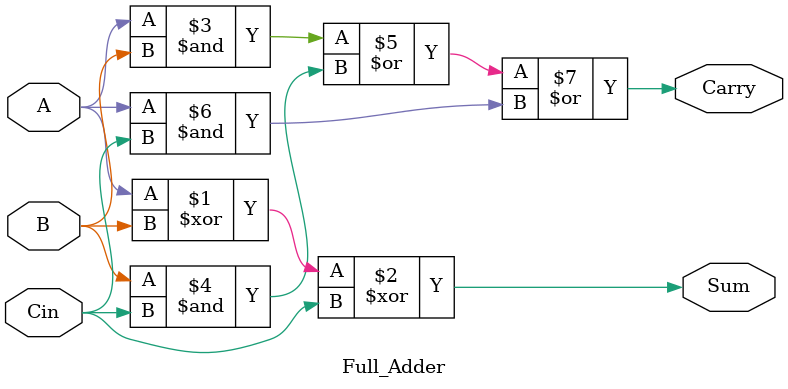
<source format=v>
module Full_Adder(
    input A,
    input B,
    input Cin,
    output Sum,
    output Carry
    );
    
    assign Sum = A^B^Cin;
    assign Carry = A&B | B&Cin | A&Cin;
endmodule
</source>
